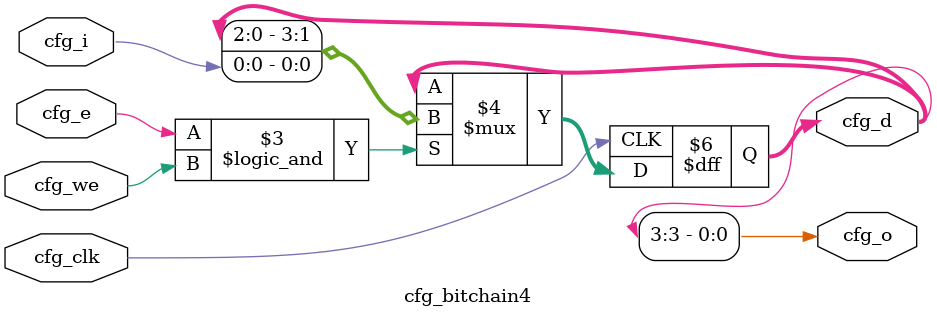
<source format=v>
module cfg_bitchain4 (
    input wire [0:0] cfg_clk,
    input wire [0:0] cfg_e,
    input wire [0:0] cfg_we,
    input wire [0:0] cfg_i,
    output reg [0:0] cfg_o,
    output reg [3:0] cfg_d
    );

    // combinational outputs
    always @* begin
        cfg_o = cfg_d[3];
    end

    always @(posedge cfg_clk) begin
        if (cfg_e && cfg_we) begin
            cfg_d <= {cfg_d, cfg_i};
        end
    end

endmodule

</source>
